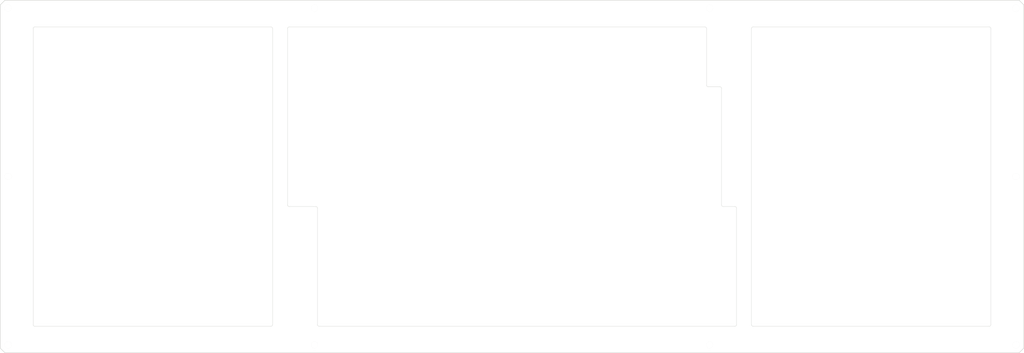
<source format=kicad_pcb>
(kicad_pcb (version 20211014) (generator pcbnew)
  (layers (0 "F.Cu" signal) (31 "B.Cu" signal) (34 "B.Paste" user) (35 "F.Paste" user) (36 "B.SilkS" user "B.Silkscreen") (37 "F.SilkS" user "F.Silkscreen") (38 "B.Mask" user) (39 "F.Mask" user) (44 "Edge.Cuts" user))
  (net 0 "")
  (footprint "kbd_Hole:m2_Screw_Hole_EdgeCuts" (layer "F.Cu") (at 11.075 13.05)
    (fp_text reference "J8" hide)
    (fp_text value "Conn_01x01" hide)
    (fp_circle (center 0 0) (end 1.1 0) (layer "Edge.Cuts") (width 0.01) (fill none))
  )
  (footprint "kbd_Hole:m2_Screw_Hole_EdgeCuts" (layer "F.Cu") (at 11.075 66.65)
    (fp_text reference "J9" hide)
    (fp_text value "Conn_01x01" hide)
    (fp_circle (center 0 0) (end 1.1 0) (layer "Edge.Cuts") (width 0.01) (fill none))
  )
  (footprint "kbd_Hole:m2_Screw_Hole_EdgeCuts" (layer "F.Cu") (at 11.075 120.25)
    (fp_text reference "J10" hide)
    (fp_text value "Conn_01x01" hide)
    (fp_circle (center 0 0) (end 1.1 0) (layer "Edge.Cuts") (width 0.01) (fill none))
  )
  (footprint "kbd_Hole:m2_Screw_Hole_EdgeCuts" (layer "F.Cu") (at 108.575 13.05)
    (fp_text reference "J11" hide)
    (fp_text value "Conn_01x01" hide)
    (fp_circle (center 0 0) (end 1.1 0) (layer "Edge.Cuts") (width 0.01) (fill none))
  )
  (footprint "kbd_Hole:m2_Screw_Hole_EdgeCuts" (layer "F.Cu") (at 234.325 13.05)
    (fp_text reference "J12" hide)
    (fp_text value "Conn_01x01" hide)
    (fp_circle (center 0 0) (end 1.1 0) (layer "Edge.Cuts") (width 0.01) (fill none))
  )
  (footprint "kbd_Hole:m2_Screw_Hole_EdgeCuts" (layer "F.Cu") (at 108.575 120.25)
    (fp_text reference "J13" hide)
    (fp_text value "Conn_01x01" hide)
    (fp_circle (center 0 0) (end 1.1 0) (layer "Edge.Cuts") (width 0.01) (fill none))
  )
  (footprint "kbd_Hole:m2_Screw_Hole_EdgeCuts" (layer "F.Cu") (at 234.325 120.25)
    (fp_text reference "J14" hide)
    (fp_text value "Conn_01x01" hide)
    (fp_circle (center 0 0) (end 1.1 0) (layer "Edge.Cuts") (width 0.01) (fill none))
  )
  (footprint "kbd_Hole:m2_Screw_Hole_EdgeCuts" (layer "F.Cu") (at 331.825 13.05)
    (fp_text reference "J15" hide)
    (fp_text value "Conn_01x01" hide)
    (fp_circle (center 0 0) (end 1.1 0) (layer "Edge.Cuts") (width 0.01) (fill none))
  )
  (footprint "kbd_Hole:m2_Screw_Hole_EdgeCuts" (layer "F.Cu") (at 331.825 66.65)
    (fp_text reference "J16" hide)
    (fp_text value "Conn_01x01" hide)
    (fp_circle (center 0 0) (end 1.1 0) (layer "Edge.Cuts") (width 0.01) (fill none))
  )
  (footprint "kbd_Hole:m2_Screw_Hole_EdgeCuts" (layer "F.Cu") (at 331.825 120.25)
    (fp_text reference "J17" hide)
    (fp_text value "Conn_01x01" hide)
    (fp_circle (center 0 0) (end 1.1 0) (layer "Edge.Cuts") (width 0.01) (fill none))
  )
  (gr_line (start 8.575 12.05) (end 10.075 10.55) (layer "Edge.Cuts") (width 0.15))
  (gr_line (start 334.325 12.05) (end 332.825 10.55) (layer "Edge.Cuts") (width 0.15))
  (gr_line (start 10.075 122.75) (end 8.575 121.25) (layer "Edge.Cuts") (width 0.15))
  (gr_line (start 94.75 114.3) (end 19.55 114.3) (layer "Edge.Cuts") (width 0.1))
  (gr_arc (start 242.8875 113.8) (mid 242.741053 114.153553) (end 242.3875 114.3) (layer "Edge.Cuts") (width 0.1))
  (gr_line (start 248.15 19.05) (end 323.35 19.05) (layer "Edge.Cuts") (width 0.1))
  (gr_line (start 10.075 122.75) (end 332.825 122.75) (layer "Edge.Cuts") (width 0.15))
  (gr_line (start 334.325 121.25) (end 334.325 12.05) (layer "Edge.Cuts") (width 0.15))
  (gr_line (start 19.05 113.8) (end 19.05 19.55) (layer "Edge.Cuts") (width 0.1))
  (gr_line (start 233.3625 37.6) (end 233.3625 19.55) (layer "Edge.Cuts") (width 0.1))
  (gr_arc (start 110.0375 114.3) (mid 109.683947 114.153553) (end 109.5375 113.8) (layer "Edge.Cuts") (width 0.1))
  (gr_arc (start 242.3875 76.2) (mid 242.741053 76.346447) (end 242.8875 76.7) (layer "Edge.Cuts") (width 0.1))
  (gr_arc (start 232.8625 19.05) (mid 233.216053 19.196447) (end 233.3625 19.55) (layer "Edge.Cuts") (width 0.1))
  (gr_arc (start 19.55 114.3) (mid 19.196447 114.153553) (end 19.05 113.8) (layer "Edge.Cuts") (width 0.1))
  (gr_arc (start 323.85 113.8) (mid 323.703553 114.153553) (end 323.35 114.3) (layer "Edge.Cuts") (width 0.1))
  (gr_line (start 232.8625 19.05) (end 100.5125 19.05) (layer "Edge.Cuts") (width 0.1))
  (gr_line (start 237.625 38.1) (end 233.8625 38.1) (layer "Edge.Cuts") (width 0.1))
  (gr_arc (start 19.05 19.55) (mid 19.196447 19.196447) (end 19.55 19.05) (layer "Edge.Cuts") (width 0.1))
  (gr_line (start 332.825 10.55) (end 10.075 10.55) (layer "Edge.Cuts") (width 0.15))
  (gr_arc (start 233.8625 38.1) (mid 233.508947 37.953553) (end 233.3625 37.6) (layer "Edge.Cuts") (width 0.1))
  (gr_arc (start 94.75 19.05) (mid 95.103553 19.196447) (end 95.25 19.55) (layer "Edge.Cuts") (width 0.1))
  (gr_arc (start 248.15 114.3) (mid 247.796447 114.153553) (end 247.65 113.8) (layer "Edge.Cuts") (width 0.1))
  (gr_line (start 19.55 19.05) (end 94.75 19.05) (layer "Edge.Cuts") (width 0.1))
  (gr_line (start 323.85 19.55) (end 323.85 113.8) (layer "Edge.Cuts") (width 0.1))
  (gr_arc (start 100.0125 19.55) (mid 100.158947 19.196447) (end 100.5125 19.05) (layer "Edge.Cuts") (width 0.1))
  (gr_line (start 95.25 19.55) (end 95.25 113.8) (layer "Edge.Cuts") (width 0.1))
  (gr_line (start 109.5375 76.7) (end 109.5375 113.8) (layer "Edge.Cuts") (width 0.1))
  (gr_arc (start 95.25 113.8) (mid 95.103553 114.153553) (end 94.75 114.3) (layer "Edge.Cuts") (width 0.1))
  (gr_arc (start 100.5125 76.2) (mid 100.158947 76.053553) (end 100.0125 75.7) (layer "Edge.Cuts") (width 0.1))
  (gr_arc (start 237.625 38.1) (mid 237.978553 38.246447) (end 238.125 38.6) (layer "Edge.Cuts") (width 0.1))
  (gr_line (start 238.125 75.7) (end 238.125 38.6) (layer "Edge.Cuts") (width 0.1))
  (gr_line (start 110.0375 114.3) (end 242.3875 114.3) (layer "Edge.Cuts") (width 0.1))
  (gr_arc (start 109.0375 76.2) (mid 109.391053 76.346447) (end 109.5375 76.7) (layer "Edge.Cuts") (width 0.1))
  (gr_line (start 8.575 12.05) (end 8.575 121.25) (layer "Edge.Cuts") (width 0.15))
  (gr_line (start 332.825 122.75) (end 334.325 121.25) (layer "Edge.Cuts") (width 0.15))
  (gr_line (start 247.65 113.8) (end 247.65 19.55) (layer "Edge.Cuts") (width 0.1))
  (gr_line (start 242.3875 76.2) (end 238.625 76.2) (layer "Edge.Cuts") (width 0.1))
  (gr_arc (start 238.625 76.2) (mid 238.271447 76.053553) (end 238.125 75.7) (layer "Edge.Cuts") (width 0.1))
  (gr_arc (start 323.35 19.05) (mid 323.703553 19.196447) (end 323.85 19.55) (layer "Edge.Cuts") (width 0.1))
  (gr_line (start 323.35 114.3) (end 248.15 114.3) (layer "Edge.Cuts") (width 0.1))
  (gr_line (start 100.0125 19.55) (end 100.0125 75.7) (layer "Edge.Cuts") (width 0.1))
  (gr_line (start 100.5125 76.2) (end 109.0375 76.2) (layer "Edge.Cuts") (width 0.1))
  (gr_arc (start 247.65 19.55) (mid 247.796447 19.196447) (end 248.15 19.05) (layer "Edge.Cuts") (width 0.1))
  (gr_line (start 242.8875 113.8) (end 242.8875 76.7) (layer "Edge.Cuts") (width 0.1))
)
</source>
